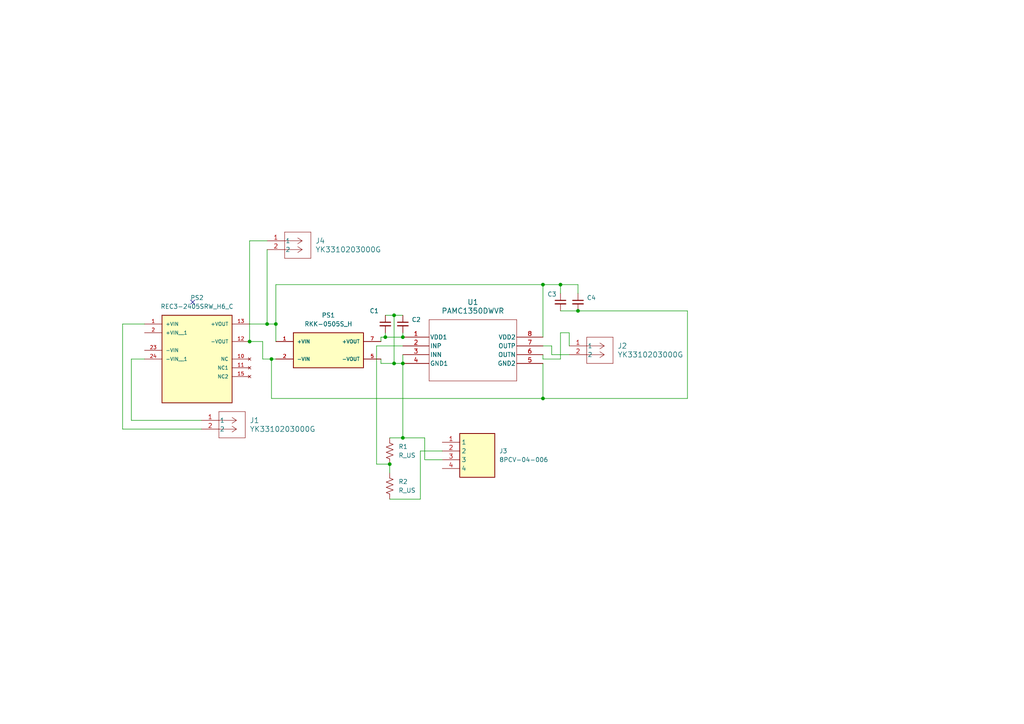
<source format=kicad_sch>
(kicad_sch (version 20231120) (generator "eeschema") (generator_version "8.0")
  (paper "A4")
  (lib_symbols
    (symbol "2024-12-10_01-41-39:YK3310203000G" (pin_names (offset 0.254))
      (property "Reference" "J" (at 8.89 6.35 0))
      (property "Value" "YK3310203000G" (at 0 0 0))
      (symbol "YK3310203000G_1_1"
        (polyline (pts (xy 5.08 -5.08) (xy 12.7 -5.08)) (stroke (width 0.127)))
        (polyline (pts (xy 5.08 2.54) (xy 5.08 -5.08)) (stroke (width 0.127)))
        (polyline (pts (xy 10.16 -2.54) (xy 5.08 -2.54)) (stroke (width 0.127)))
        (polyline (pts (xy 10.16 -2.54) (xy 8.89 -3.3867)) (stroke (width 0.127)))
        (polyline (pts (xy 10.16 -2.54) (xy 8.89 -1.6933)) (stroke (width 0.127)))
        (polyline (pts (xy 10.16 0) (xy 5.08 0)) (stroke (width 0.127)))
        (polyline (pts (xy 10.16 0) (xy 8.89 -0.8467)) (stroke (width 0.127)))
        (polyline (pts (xy 10.16 0) (xy 8.89 0.8467)) (stroke (width 0.127)))
        (polyline (pts (xy 12.7 -5.08) (xy 12.7 2.54)) (stroke (width 0.127)))
        (polyline (pts (xy 12.7 2.54) (xy 5.08 2.54)) (stroke (width 0.127)))
        (pin unspecified line (at 0 0 0) (length 5.08) (name "1") (number "1"))
        (pin unspecified line (at 0 -2.54 0) (length 5.08) (name "2") (number "2"))
      )
      (symbol "YK3310203000G_1_2"
        (polyline (pts (xy 5.08 -5.08) (xy 12.7 -5.08)) (stroke (width 0.127)))
        (polyline (pts (xy 5.08 2.54) (xy 5.08 -5.08)) (stroke (width 0.127)))
        (polyline (pts (xy 7.62 -2.54) (xy 5.08 -2.54)) (stroke (width 0.127)))
        (polyline (pts (xy 7.62 -2.54) (xy 8.89 -3.3867)) (stroke (width 0.127)))
        (polyline (pts (xy 7.62 -2.54) (xy 8.89 -1.6933)) (stroke (width 0.127)))
        (polyline (pts (xy 7.62 0) (xy 5.08 0)) (stroke (width 0.127)))
        (polyline (pts (xy 7.62 0) (xy 8.89 -0.8467)) (stroke (width 0.127)))
        (polyline (pts (xy 7.62 0) (xy 8.89 0.8467)) (stroke (width 0.127)))
        (polyline (pts (xy 12.7 -5.08) (xy 12.7 2.54)) (stroke (width 0.127)))
        (polyline (pts (xy 12.7 2.54) (xy 5.08 2.54)) (stroke (width 0.127)))
        (pin unspecified line (at 0 0 0) (length 5.08) (name "1") (number "1"))
        (pin unspecified line (at 0 -2.54 0) (length 5.08) (name "2") (number "2"))
      )
    )
    (symbol "8PCV-04-006:8PCV-04-006"
      (property "Reference" "J" (at 16.51 7.62 0))
      (property "Value" "8PCV-04-006" (at 16.51 5.08 0))
      (symbol "8PCV-04-006_1_1"
        (rectangle (start 5.08 2.54) (end 15.24 -10.16) (stroke (width 0.254)) (fill (type background)))
        (pin passive line (at 0 0 0) (length 5.08) (name "1") (number "1"))
        (pin passive line (at 0 -2.54 0) (length 5.08) (name "2") (number "2"))
        (pin passive line (at 0 -5.08 0) (length 5.08) (name "3") (number "3"))
        (pin passive line (at 0 -7.62 0) (length 5.08) (name "4") (number "4"))
      )
    )
    (symbol "Device:C_Small" (pin_numbers hide) (pin_names (offset 0.254) hide)
      (property "Reference" "C" (at 0.254 1.778 0))
      (property "Value" "C_Small" (at 0.254 -2.032 0))
      (symbol "C_Small_0_1"
        (polyline (pts (xy -1.524 -0.508) (xy 1.524 -0.508)) (stroke (width 0.3302)))
        (polyline (pts (xy -1.524 0.508) (xy 1.524 0.508)) (stroke (width 0.3048)))
      )
      (symbol "C_Small_1_1"
        (pin passive line (at 0 2.54 270) (length 2.032) (name "~") (number "1"))
        (pin passive line (at 0 -2.54 90) (length 2.032) (name "~") (number "2"))
      )
    )
    (symbol "Device:R_US" (pin_numbers hide) (pin_names (offset 0))
      (property "Reference" "R" (at 2.54 0 90))
      (property "Value" "R_US" (at -2.54 0 90))
      (symbol "R_US_0_1"
        (polyline (pts (xy 0 -2.286) (xy 0 -2.54)))
        (polyline (pts (xy 0 2.286) (xy 0 2.54)))
        (polyline (pts (xy 0 -0.762) (xy 1.016 -1.143) (xy 0 -1.524) (xy -1.016 -1.905) (xy 0 -2.286)))
        (polyline (pts (xy 0 0.762) (xy 1.016 0.381) (xy 0 0) (xy -1.016 -0.381) (xy 0 -0.762)))
        (polyline (pts (xy 0 2.286) (xy 1.016 1.905) (xy 0 1.524) (xy -1.016 1.143) (xy 0 0.762)))
      )
      (symbol "R_US_1_1"
        (pin passive line (at 0 3.81 270) (length 1.27) (name "~") (number "1"))
        (pin passive line (at 0 -3.81 90) (length 1.27) (name "~") (number "2"))
      )
    )
    (symbol "Greg:PAMC1350DWVR" (pin_names (offset 0.254))
      (property "Reference" "U" (at 20.32 10.16 0))
      (property "Value" "PAMC1350DWVR" (at 20.32 7.62 0))
      (symbol "PAMC1350DWVR_0_1"
        (polyline (pts (xy 7.62 -12.7) (xy 33.02 -12.7)) (stroke (width 0.127)))
        (polyline (pts (xy 7.62 5.08) (xy 7.62 -12.7)) (stroke (width 0.127)))
        (polyline (pts (xy 33.02 -12.7) (xy 33.02 5.08)) (stroke (width 0.127)))
        (polyline (pts (xy 33.02 5.08) (xy 7.62 5.08)) (stroke (width 0.127)))
        (pin power_in line (at 0 0 0) (length 7.62) (name "VDD1") (number "1"))
        (pin input line (at 0 -2.54 0) (length 7.62) (name "INP") (number "2"))
        (pin input line (at 0 -5.08 0) (length 7.62) (name "INN") (number "3"))
        (pin power_out line (at 0 -7.62 0) (length 7.62) (name "GND1") (number "4"))
        (pin power_out line (at 40.64 -7.62 180) (length 7.62) (name "GND2") (number "5"))
        (pin output line (at 40.64 -5.08 180) (length 7.62) (name "OUTN") (number "6"))
        (pin output line (at 40.64 -2.54 180) (length 7.62) (name "OUTP") (number "7"))
        (pin power_in line (at 40.64 0 180) (length 7.62) (name "VDD2") (number "8"))
      )
    )
    (symbol "REC3-2405SRW_H6_C:REC3-2405SRW_H6_C" (pin_names (offset 1.016))
      (property "Reference" "PS" (at -10.1639 11.4379 0))
      (property "Value" "REC3-2405SRW_H6_C" (at -10.1614 -17.7827 0))
      (symbol "REC3-2405SRW_H6_C_0_0"
        (rectangle (start -10.16 -15.24) (end 10.16 10.16) (stroke (width 0.254)) (fill (type background)))
        (pin input line (at -15.24 7.62 0) (length 5.08) (name "+VIN") (number "1"))
        (pin no_connect line (at 15.24 -2.54 180) (length 5.08) (name "NC") (number "10"))
        (pin no_connect line (at 15.24 -5.08 180) (length 5.08) (name "NC1") (number "11"))
        (pin output line (at 15.24 2.54 180) (length 5.08) (name "-VOUT") (number "12"))
        (pin output line (at 15.24 7.62 180) (length 5.08) (name "+VOUT") (number "13"))
        (pin no_connect line (at 15.24 -7.62 180) (length 5.08) (name "NC2") (number "15"))
        (pin input line (at -15.24 5.08 0) (length 5.08) (name "+VIN__1") (number "2"))
        (pin input line (at -15.24 0 0) (length 5.08) (name "-VIN") (number "23"))
        (pin input line (at -15.24 -2.54 0) (length 5.08) (name "-VIN__1") (number "24"))
      )
    )
    (symbol "RKK-0505S_H:RKK-0505S_H" (pin_names (offset 1.016))
      (property "Reference" "PS" (at -10.16 5.842 0))
      (property "Value" "RKK-0505S_H" (at -10.16 -7.62 0))
      (symbol "RKK-0505S_H_0_0"
        (rectangle (start -10.16 -5.08) (end 10.16 5.08) (stroke (width 0.254)) (fill (type background)))
        (pin input line (at -15.24 2.54 0) (length 5.08) (name "+VIN") (number "1"))
        (pin input line (at -15.24 -2.54 0) (length 5.08) (name "-VIN") (number "2"))
        (pin output line (at 15.24 -2.54 180) (length 5.08) (name "-VOUT") (number "5"))
        (pin output line (at 15.24 2.54 180) (length 5.08) (name "+VOUT") (number "7"))
      )
    )
  )
  (junction (at 77.47 93.98))
  (junction (at 116.84 97.79))
  (junction (at 157.48 82.55))
  (junction (at 78.74 104.14))
  (junction (at 116.84 105.41))
  (junction (at 111.76 97.79))
  (junction (at 80.01 93.98))
  (junction (at 114.3 91.44))
  (junction (at 113.03 134.62))
  (junction (at 72.39 99.06))
  (junction (at 114.3 105.41))
  (junction (at 167.64 90.17))
  (junction (at 157.48 115.57))
  (junction (at 162.56 82.55))
  (junction (at 116.84 127))
  (no_connect (at 55.88 87.63))
  (wire (pts (xy 78.74 115.57) (xy 78.74 104.14)))
  (wire (pts (xy 114.3 91.44) (xy 116.84 91.44)))
  (wire (pts (xy 157.48 82.55) (xy 162.56 82.55)))
  (wire (pts (xy 77.47 72.39) (xy 77.47 93.98)))
  (wire (pts (xy 38.1 104.14) (xy 38.1 121.92)))
  (wire (pts (xy 41.91 93.98) (xy 35.56 93.98)))
  (wire (pts (xy 162.56 82.55) (xy 167.64 82.55)))
  (wire (pts (xy 157.48 100.33) (xy 160.02 100.33)))
  (wire (pts (xy 157.48 104.14) (xy 157.48 102.87)))
  (wire (pts (xy 109.22 100.33) (xy 109.22 134.62)))
  (wire (pts (xy 116.84 100.33) (xy 109.22 100.33)))
  (wire (pts (xy 72.39 69.85) (xy 72.39 99.06)))
  (wire (pts (xy 114.3 91.44) (xy 114.3 105.41)))
  (wire (pts (xy 113.03 127) (xy 116.84 127)))
  (wire (pts (xy 121.92 130.81) (xy 121.92 144.78)))
  (wire (pts (xy 157.48 115.57) (xy 78.74 115.57)))
  (wire (pts (xy 41.91 104.14) (xy 38.1 104.14)))
  (wire (pts (xy 160.02 100.33) (xy 160.02 102.87)))
  (wire (pts (xy 121.92 144.78) (xy 113.03 144.78)))
  (wire (pts (xy 110.49 99.06) (xy 110.49 97.79)))
  (wire (pts (xy 160.02 102.87) (xy 165.1 102.87)))
  (wire (pts (xy 116.84 127) (xy 123.19 127)))
  (wire (pts (xy 114.3 105.41) (xy 116.84 105.41)))
  (wire (pts (xy 157.48 105.41) (xy 157.48 115.57)))
  (wire (pts (xy 167.64 82.55) (xy 167.64 85.09)))
  (wire (pts (xy 72.39 99.06) (xy 76.2 99.06)))
  (wire (pts (xy 123.19 133.35) (xy 128.27 133.35)))
  (wire (pts (xy 38.1 121.92) (xy 58.42 121.92)))
  (wire (pts (xy 111.76 91.44) (xy 114.3 91.44)))
  (wire (pts (xy 80.01 99.06) (xy 80.01 93.98)))
  (wire (pts (xy 123.19 127) (xy 123.19 133.35)))
  (wire (pts (xy 162.56 104.14) (xy 157.48 104.14)))
  (wire (pts (xy 111.76 96.52) (xy 111.76 97.79)))
  (wire (pts (xy 199.39 115.57) (xy 157.48 115.57)))
  (wire (pts (xy 78.74 104.14) (xy 80.01 104.14)))
  (wire (pts (xy 76.2 104.14) (xy 78.74 104.14)))
  (wire (pts (xy 165.1 100.33) (xy 165.1 96.52)))
  (wire (pts (xy 162.56 96.52) (xy 162.56 104.14)))
  (wire (pts (xy 109.22 134.62) (xy 113.03 134.62)))
  (wire (pts (xy 116.84 102.87) (xy 116.84 105.41)))
  (wire (pts (xy 162.56 90.17) (xy 167.64 90.17)))
  (wire (pts (xy 35.56 93.98) (xy 35.56 124.46)))
  (wire (pts (xy 110.49 105.41) (xy 114.3 105.41)))
  (wire (pts (xy 116.84 105.41) (xy 116.84 127)))
  (wire (pts (xy 167.64 90.17) (xy 199.39 90.17)))
  (wire (pts (xy 77.47 93.98) (xy 72.39 93.98)))
  (wire (pts (xy 157.48 82.55) (xy 157.48 97.79)))
  (wire (pts (xy 113.03 134.62) (xy 113.03 137.16)))
  (wire (pts (xy 80.01 93.98) (xy 80.01 82.55)))
  (wire (pts (xy 116.84 96.52) (xy 116.84 97.79)))
  (wire (pts (xy 80.01 82.55) (xy 157.48 82.55)))
  (wire (pts (xy 80.01 93.98) (xy 77.47 93.98)))
  (wire (pts (xy 35.56 124.46) (xy 58.42 124.46)))
  (wire (pts (xy 121.92 130.81) (xy 128.27 130.81)))
  (wire (pts (xy 111.76 97.79) (xy 116.84 97.79)))
  (wire (pts (xy 76.2 99.06) (xy 76.2 104.14)))
  (wire (pts (xy 110.49 97.79) (xy 111.76 97.79)))
  (wire (pts (xy 77.47 69.85) (xy 72.39 69.85)))
  (wire (pts (xy 162.56 82.55) (xy 162.56 85.09)))
  (wire (pts (xy 110.49 104.14) (xy 110.49 105.41)))
  (wire (pts (xy 165.1 96.52) (xy 162.56 96.52)))
  (wire (pts (xy 199.39 90.17) (xy 199.39 115.57)))
  (symbol (lib_id "2024-12-10_01-41-39:YK3310203000G") (at 165.1 100.33 0) (unit 1)
    (property "Reference" "J2" (at 179.07 100.3299 0) (effects (font (size 1.524 1.524)) (justify left)))
    (property "Value" "YK3310203000G" (at 179.07 102.8699 0) (effects (font (size 1.524 1.524)) (justify left)))
    (property "Footprint" "CONN_YK331020xx00G_AMP" (effects (hide yes)))
    (property "Datasheet" "YK3310203000G" (effects (hide yes)))
  )
  (symbol (lib_id "Device:R_US") (at 113.03 140.97 0) (unit 1)
    (property "Reference" "R2" (at 115.57 139.6999 0) (effects (justify left)))
    (property "Value" "R_US" (at 115.57 142.2399 0) (effects (justify left)))
    (property "Footprint" "Resistor_THT:R_Axial_Power_L25.0mm_W6.4mm_P30.48mm" (effects (hide yes)))
    (property "Description" "Resistor, US symbol" (effects (hide yes)))
  )
  (symbol (lib_id "2024-12-10_01-41-39:YK3310203000G") (at 77.47 69.85 0) (unit 1)
    (property "Reference" "J4" (at 91.44 69.8499 0) (effects (font (size 1.524 1.524)) (justify left)))
    (property "Value" "YK3310203000G" (at 91.44 72.3899 0) (effects (font (size 1.524 1.524)) (justify left)))
    (property "Footprint" "CONN_YK331020xx00G_AMP" (effects (hide yes)))
    (property "Datasheet" "YK3310203000G" (effects (hide yes)))
  )
  (symbol (lib_id "Device:C_Small") (at 167.64 87.63 0) (unit 1)
    (property "Reference" "C4" (at 170.18 86.3662 0) (effects (justify left)))
    (property "Value" "C_Small" (effects (hide yes)))
    (property "Footprint" "FK22 c0g capacitor:CAP_R7540_TDK" (effects (hide yes)))
    (property "Description" "Unpolarized capacitor, small symbol" (effects (hide yes)))
  )
  (symbol (lib_id "REC3-2405SRW_H6_C:REC3-2405SRW_H6_C") (at 57.15 101.6 0) (unit 1)
    (property "Reference" "PS2" (at 57.15 86.36 0))
    (property "Value" "REC3-2405SRW_H6_C" (at 57.15 88.9 0))
    (property "Footprint" "REC3-2405SRW_H6_C:CONV_REC3-2405SRW_H6_C" (effects (hide yes)))
    (property "PARTREV" "N/A" (effects (hide yes)))
    (property "MANUFACTURER" "RECOM" (effects (hide yes)))
    (property "MAXIMUM_PACKAGE_HEIGHT" "10.20mm" (effects (hide yes)))
    (property "STANDARD" "Manufacturer Recommendations" (effects (hide yes)))
  )
  (symbol (lib_id "RKK-0505S_H:RKK-0505S_H") (at 95.25 101.6 0) (unit 1)
    (property "Reference" "PS1" (at 95.25 91.44 0))
    (property "Value" "RKK-0505S_H" (at 95.25 93.98 0))
    (property "Footprint" "RKK-0505S_H:CONV_RKK-0505S_H" (effects (hide yes)))
    (property "PARTREV" "0/2023" (effects (hide yes)))
    (property "STANDARD" "Manufacturer Recommendations" (effects (hide yes)))
    (property "SNAPEDA_PN" "RKK-0505S/H" (effects (hide yes)))
    (property "MAXIMUM_PACKAGE_HEIGHT" "10.7mm" (effects (hide yes)))
    (property "MANUFACTURER" "Recom Power" (effects (hide yes)))
  )
  (symbol (lib_id "Greg:PAMC1350DWVR") (at 116.84 97.79 0) (unit 1)
    (property "Reference" "U1" (at 137.16 87.63 0) (effects (font (size 1.524 1.524))))
    (property "Value" "PAMC1350DWVR" (at 137.16 90.17 0) (effects (font (size 1.524 1.524))))
    (property "Footprint" "U_PAMC1350DWVR_TEX" (effects (hide yes)))
    (property "Datasheet" "PAMC1350DWVR" (effects (hide yes)))
  )
  (symbol (lib_id "8PCV-04-006:8PCV-04-006") (at 128.27 128.27 0) (unit 1)
    (property "Reference" "J3" (at 144.78 130.8099 0) (effects (justify left)))
    (property "Value" "8PCV-04-006" (at 144.78 133.3499 0) (effects (justify left)))
    (property "Footprint" "SHDR4W114P0X1112_1X4_4628X2032X1956P" (effects (hide yes)))
    (property "Datasheet" "https://www.te.com/commerce/DocumentDelivery/DDEController?Action=srchrtrv&DocNm=1-1773458-2_BARRIER_STRIPS_QRG&DocType=Data%20Sheet&DocLang=English&PartCntxt=8-1437657-0&DocFormat=pdf" (effects (hide yes)))
    (property "Description" "Body Features: Product Orientation Vertical | Primary Product Color Black | Barrier Strip Style Tri-Barrier | Configuration Features: Number of Positions 4 | Number of Rows 1 | Number of Levels 1 | Contact Features: PCB Contact Termination Area Plating Material Tin | Contact Base Material Copper Alloy | Contact Current Rating (Max) 30 AMP | Dimensions: Wire Size .326  5.26 MMSQ | Product Length 46.28 MM | Product Length 1.822 INCH | Wire Size 18  10 AWG | Wire Size 22  10 AWG | Electrical Character" (effects (hide yes)))
    (property "Height" "19.558" (effects (hide yes)))
    (property "Mouser Part Number" "571-814376570" (effects (hide yes)))
    (property "Mouser Price/Stock" "https://www.mouser.co.uk/ProductDetail/TE-Connectivity/8PCV-04-006?qs=2tLWshjwybZDt1RRkHop6w%3D%3D" (effects (hide yes)))
    (property "Manufacturer_Name" "TE Connectivity" (effects (hide yes)))
    (property "Manufacturer_Part_Number" "8PCV-04-006" (effects (hide yes)))
  )
  (symbol (lib_id "Device:C_Small") (at 111.76 93.98 0) (unit 1)
    (property "Reference" "C1" (at 107.188 90.17 0) (effects (justify left)))
    (property "Value" "C_Small" (effects (hide yes)))
    (property "Footprint" "FK22 c0g capacitor:CAP_R7540_TDK" (effects (hide yes)))
    (property "Description" "Unpolarized capacitor, small symbol" (effects (hide yes)))
  )
  (symbol (lib_id "Device:R_US") (at 113.03 130.81 0) (unit 1)
    (property "Reference" "R1" (at 115.57 129.5399 0) (effects (justify left)))
    (property "Value" "R_US" (at 115.57 132.0799 0) (effects (justify left)))
    (property "Footprint" "Resistor_THT:R_Axial_Power_L25.0mm_W6.4mm_P30.48mm" (effects (hide yes)))
    (property "Description" "Resistor, US symbol" (effects (hide yes)))
  )
  (symbol (lib_id "Device:C_Small") (at 162.56 87.63 0) (unit 1)
    (property "Reference" "C3" (at 158.75 85.344 0) (effects (justify left)))
    (property "Value" "C_Small" (effects (hide yes)))
    (property "Footprint" "FK22 c0g capacitor:CAP_R7540_TDK" (effects (hide yes)))
    (property "Description" "Unpolarized capacitor, small symbol" (effects (hide yes)))
  )
  (symbol (lib_id "Device:C_Small") (at 116.84 93.98 0) (unit 1)
    (property "Reference" "C2" (at 119.38 92.7162 0) (effects (justify left)))
    (property "Value" "C_Small" (effects (hide yes)))
    (property "Footprint" "FK22 c0g capacitor:CAP_R7540_TDK" (effects (hide yes)))
    (property "Description" "Unpolarized capacitor, small symbol" (effects (hide yes)))
  )
  (symbol (lib_id "2024-12-10_01-41-39:YK3310203000G") (at 58.42 121.92 0) (unit 1)
    (property "Reference" "J1" (at 72.39 121.9199 0) (effects (font (size 1.524 1.524)) (justify left)))
    (property "Value" "YK3310203000G" (at 72.39 124.4599 0) (effects (font (size 1.524 1.524)) (justify left)))
    (property "Footprint" "CONN_YK331020xx00G_AMP" (effects (hide yes)))
    (property "Datasheet" "YK3310203000G" (effects (hide yes)))
  )
)
</source>
